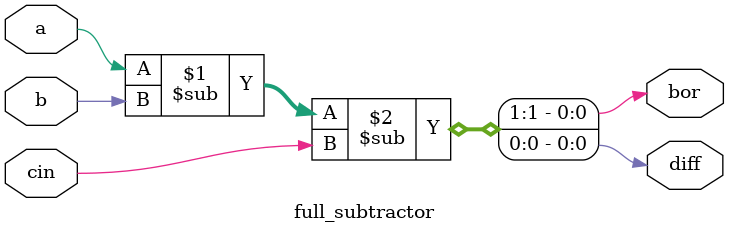
<source format=v>
`timescale 1ns / 1ps


module full_subtractor(
    input a,
    input b,
    input cin,
    output bor,
    output diff
    );
    
    assign {bor,diff}=a-b-cin;
endmodule

</source>
